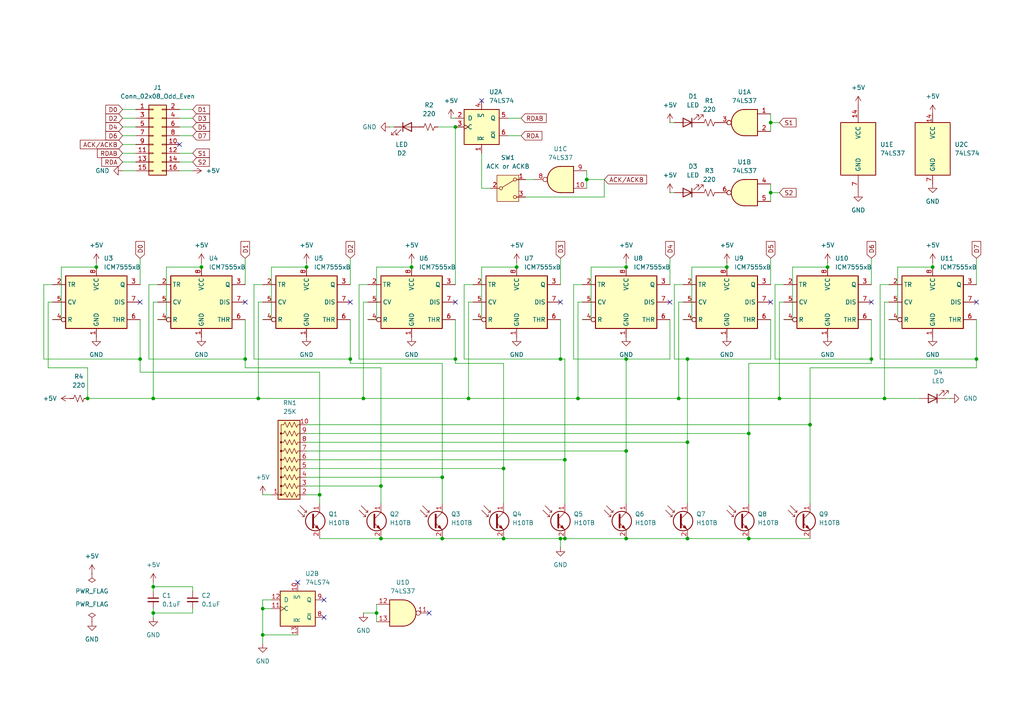
<source format=kicad_sch>
(kicad_sch (version 20250114) (generator "eeschema") (generator_version "9.0")
  (paper "A4")
  (lib_symbols
    (symbol "74xx:74LS37" (pin_names (offset 1.016))
      (property "Reference" "U" (at 0 1.27 0))
      (property "Value" "74LS37" (at 0 -1.27 0))
      (symbol "74LS37_1_1"
        (pin input line (at -7.62 2.54 0) (length 3.81) (name "~") (number "1"))
        (pin input line (at -7.62 -2.54 0) (length 3.81) (name "~") (number "2"))
        (pin output inverted (at 7.62 0 180) (length 3.81) (name "~") (number "3"))
      )
      (symbol "74LS37_1_2"
        (pin input inverted (at -7.62 2.54 0) (length 4.318) (name "~") (number "1"))
        (pin input inverted (at -7.62 -2.54 0) (length 4.318) (name "~") (number "2"))
        (pin output line (at 7.62 0 180) (length 3.81) (name "~") (number "3"))
      )
      (symbol "74LS37_2_1"
        (pin input line (at -7.62 2.54 0) (length 3.81) (name "~") (number "4"))
        (pin input line (at -7.62 -2.54 0) (length 3.81) (name "~") (number "5"))
        (pin output inverted (at 7.62 0 180) (length 3.81) (name "~") (number "6"))
      )
      (symbol "74LS37_2_2"
        (pin input inverted (at -7.62 2.54 0) (length 4.318) (name "~") (number "4"))
        (pin input inverted (at -7.62 -2.54 0) (length 4.318) (name "~") (number "5"))
        (pin output line (at 7.62 0 180) (length 3.81) (name "~") (number "6"))
      )
      (symbol "74LS37_3_1"
        (pin input line (at -7.62 2.54 0) (length 3.81) (name "~") (number "9"))
        (pin input line (at -7.62 -2.54 0) (length 3.81) (name "~") (number "10"))
        (pin output inverted (at 7.62 0 180) (length 3.81) (name "~") (number "8"))
      )
      (symbol "74LS37_3_2"
        (pin input inverted (at -7.62 2.54 0) (length 4.318) (name "~") (number "9"))
        (pin input inverted (at -7.62 -2.54 0) (length 4.318) (name "~") (number "10"))
        (pin output line (at 7.62 0 180) (length 3.81) (name "~") (number "8"))
      )
      (symbol "74LS37_4_1"
        (pin input line (at -7.62 2.54 0) (length 3.81) (name "~") (number "12"))
        (pin input line (at -7.62 -2.54 0) (length 3.81) (name "~") (number "13"))
        (pin output inverted (at 7.62 0 180) (length 3.81) (name "~") (number "11"))
      )
      (symbol "74LS37_4_2"
        (pin input inverted (at -7.62 2.54 0) (length 4.318) (name "~") (number "12"))
        (pin input inverted (at -7.62 -2.54 0) (length 4.318) (name "~") (number "13"))
        (pin output line (at 7.62 0 180) (length 3.81) (name "~") (number "11"))
      )
      (symbol "74LS37_5_0"
        (pin power_in line (at 0 12.7 270) (length 5.08) (name "VCC") (number "14"))
        (pin power_in line (at 0 -12.7 90) (length 5.08) (name "GND") (number "7"))
      )
    )
    (symbol "74xx:74LS74" (pin_names (offset 1.016))
      (property "Reference" "U" (at -7.62 8.89 0))
      (property "Value" "74LS74" (at -7.62 -8.89 0))
      (symbol "74LS74_1_0"
        (pin input line (at -7.62 2.54 0) (length 2.54) (name "D") (number "2"))
        (pin input clock (at -7.62 0 0) (length 2.54) (name "C") (number "3"))
        (pin input line (at 0 7.62 270) (length 2.54) (name "~{S}") (number "4"))
        (pin input line (at 0 -7.62 90) (length 2.54) (name "~{R}") (number "1"))
        (pin output line (at 7.62 2.54 180) (length 2.54) (name "Q") (number "5"))
        (pin output line (at 7.62 -2.54 180) (length 2.54) (name "~{Q}") (number "6"))
      )
      (symbol "74LS74_2_0"
        (pin input line (at -7.62 2.54 0) (length 2.54) (name "D") (number "12"))
        (pin input clock (at -7.62 0 0) (length 2.54) (name "C") (number "11"))
        (pin input line (at 0 7.62 270) (length 2.54) (name "~{S}") (number "10"))
        (pin input line (at 0 -7.62 90) (length 2.54) (name "~{R}") (number "13"))
        (pin output line (at 7.62 2.54 180) (length 2.54) (name "Q") (number "9"))
        (pin output line (at 7.62 -2.54 180) (length 2.54) (name "~{Q}") (number "8"))
      )
      (symbol "74LS74_3_0"
        (pin power_in line (at 0 10.16 270) (length 2.54) (name "VCC") (number "14"))
        (pin power_in line (at 0 -10.16 90) (length 2.54) (name "GND") (number "7"))
      )
    )
    (symbol "Connector_Generic:Conn_02x08_Odd_Even" (pin_names (offset 1.016) (hide yes))
      (property "Reference" "J" (at 1.27 10.16 0))
      (property "Value" "Conn_02x08_Odd_Even" (at 1.27 -12.7 0))
      (symbol "Conn_02x08_Odd_Even_1_1"
        (pin passive line (at -5.08 7.62 0) (length 3.81) (name "Pin_1") (number "1"))
        (pin passive line (at -5.08 5.08 0) (length 3.81) (name "Pin_3") (number "3"))
        (pin passive line (at -5.08 2.54 0) (length 3.81) (name "Pin_5") (number "5"))
        (pin passive line (at -5.08 0 0) (length 3.81) (name "Pin_7") (number "7"))
        (pin passive line (at -5.08 -2.54 0) (length 3.81) (name "Pin_9") (number "9"))
        (pin passive line (at -5.08 -5.08 0) (length 3.81) (name "Pin_11") (number "11"))
        (pin passive line (at -5.08 -7.62 0) (length 3.81) (name "Pin_13") (number "13"))
        (pin passive line (at -5.08 -10.16 0) (length 3.81) (name "Pin_15") (number "15"))
        (pin passive line (at 7.62 7.62 180) (length 3.81) (name "Pin_2") (number "2"))
        (pin passive line (at 7.62 5.08 180) (length 3.81) (name "Pin_4") (number "4"))
        (pin passive line (at 7.62 2.54 180) (length 3.81) (name "Pin_6") (number "6"))
        (pin passive line (at 7.62 0 180) (length 3.81) (name "Pin_8") (number "8"))
        (pin passive line (at 7.62 -2.54 180) (length 3.81) (name "Pin_10") (number "10"))
        (pin passive line (at 7.62 -5.08 180) (length 3.81) (name "Pin_12") (number "12"))
        (pin passive line (at 7.62 -7.62 180) (length 3.81) (name "Pin_14") (number "14"))
        (pin passive line (at 7.62 -10.16 180) (length 3.81) (name "Pin_16") (number "16"))
      )
    )
    (symbol "Device:C_Small" (pin_numbers (hide yes)) (pin_names (offset 0.254) (hide yes))
      (property "Reference" "C" (at 0.254 1.778 0))
      (property "Value" "C_Small" (at 0.254 -2.032 0))
      (symbol "C_Small_1_1"
        (pin passive line (at 0 2.54 270) (length 2.032) (name "~") (number "1"))
        (pin passive line (at 0 -2.54 90) (length 2.032) (name "~") (number "2"))
      )
    )
    (symbol "Device:LED" (pin_numbers (hide yes)) (pin_names (offset 1.016) (hide yes))
      (property "Reference" "D" (at 0 2.54 0))
      (property "Value" "LED" (at 0 -2.54 0))
      (symbol "LED_1_1"
        (pin passive line (at -3.81 0 0) (length 2.54) (name "K") (number "1"))
        (pin passive line (at 3.81 0 180) (length 2.54) (name "A") (number "2"))
      )
    )
    (symbol "Device:R_Network09_US" (pin_names (offset 0) (hide yes))
      (property "Reference" "RN" (at -12.7 0 90))
      (property "Value" "R_Network09_US" (at 12.7 0 90))
      (symbol "R_Network09_US_1_1"
        (pin passive line (at -10.16 5.08 270) (length 2.54) (name "common") (number "1"))
        (pin passive line (at -10.16 -5.08 90) (length 1.27) (name "R1") (number "2"))
        (pin passive line (at -7.62 -5.08 90) (length 1.27) (name "R2") (number "3"))
        (pin passive line (at -5.08 -5.08 90) (length 1.27) (name "R3") (number "4"))
        (pin passive line (at -2.54 -5.08 90) (length 1.27) (name "R4") (number "5"))
        (pin passive line (at 0 -5.08 90) (length 1.27) (name "R5") (number "6"))
        (pin passive line (at 2.54 -5.08 90) (length 1.27) (name "R6") (number "7"))
        (pin passive line (at 5.08 -5.08 90) (length 1.27) (name "R7") (number "8"))
        (pin passive line (at 7.62 -5.08 90) (length 1.27) (name "R8") (number "9"))
        (pin passive line (at 10.16 -5.08 90) (length 1.27) (name "R9") (number "10"))
      )
    )
    (symbol "Device:R_Small_US" (pin_numbers (hide yes)) (pin_names (offset 0.254) (hide yes))
      (property "Reference" "R" (at 0.762 0.508 0))
      (property "Value" "R_Small_US" (at 0.762 -1.016 0))
      (symbol "R_Small_US_1_1"
        (pin passive line (at 0 2.54 270) (length 1.016) (name "~") (number "1"))
        (pin passive line (at 0 -2.54 90) (length 1.016) (name "~") (number "2"))
      )
    )
    (symbol "Sensor_Optical:BPW42" (pin_names (offset 0) (hide yes))
      (property "Reference" "Q" (at 5.08 1.27 0))
      (property "Value" "BPW42" (at 5.08 -1.27 0))
      (symbol "BPW42_1_1"
        (pin passive line (at 2.54 5.08 270) (length 2.54) (name "C") (number "1"))
        (pin passive line (at 2.54 -5.08 90) (length 2.54) (name "E") (number "2"))
      )
    )
    (symbol "Switch:SW_SPDT" (pin_names (offset 0) (hide yes))
      (property "Reference" "SW" (at 0 5.08 0))
      (property "Value" "SW_SPDT" (at 0 -5.08 0))
      (symbol "SW_SPDT_1_1"
        (pin passive line (at -5.08 0 0) (length 2.54) (name "B") (number "2"))
        (pin passive line (at 5.08 2.54 180) (length 2.54) (name "A") (number "1"))
        (pin passive line (at 5.08 -2.54 180) (length 2.54) (name "C") (number "3"))
      )
    )
    (symbol "Timer:ICM7555xB"
      (property "Reference" "U" (at -10.16 8.89 0))
      (property "Value" "ICM7555xB" (at 2.54 8.89 0))
      (symbol "ICM7555xB_0_0"
        (pin power_in line (at 0 10.16 270) (length 2.54) (name "VCC") (number "8"))
        (pin power_in line (at 0 -10.16 90) (length 2.54) (name "GND") (number "1"))
      )
      (symbol "ICM7555xB_1_1"
        (pin input line (at -12.7 5.08 0) (length 3.81) (name "TR") (number "2"))
        (pin input line (at -12.7 0 0) (length 3.81) (name "CV") (number "5"))
        (pin input inverted (at -12.7 -5.08 0) (length 3.81) (name "R") (number "4"))
        (pin output line (at 12.7 5.08 180) (length 3.81) (name "Q") (number "3"))
        (pin input line (at 12.7 0 180) (length 3.81) (name "DIS") (number "7"))
        (pin input line (at 12.7 -5.08 180) (length 3.81) (name "THR") (number "6"))
      )
    )
    (symbol "power:+5V" (power) (pin_numbers (hide yes)) (pin_names (offset 0) (hide yes))
      (property "Value" "+5V" (at 0 3.556 0))
      (symbol "+5V_1_1"
        (pin power_in line (at 0 0 90) (length 0) (name "~") (number "1"))
      )
    )
    (symbol "power:GND" (power) (pin_numbers (hide yes)) (pin_names (offset 0) (hide yes))
      (property "Value" "GND" (at 0 -3.81 0))
      (symbol "GND_1_1"
        (pin power_in line (at 0 0 270) (length 0) (name "~") (number "1"))
      )
    )
    (symbol "power:PWR_FLAG" (power) (pin_numbers (hide yes)) (pin_names (offset 0) (hide yes))
      (property "Value" "PWR_FLAG" (at 0 3.81 0))
      (symbol "PWR_FLAG_0_0"
        (pin power_out line (at 0 0 90) (length 0) (name "~") (number "1"))
      )
    )
  )
  (junction (at 240.03 77.47))
  (junction (at 25.4 115.57))
  (junction (at 76.2 184.15))
  (junction (at 234.95 123.19))
  (junction (at 181.61 104.14))
  (junction (at 44.45 115.57))
  (junction (at 170.18 52.07))
  (junction (at 199.39 156.21))
  (junction (at 110.49 140.97))
  (junction (at 163.83 156.21))
  (junction (at 196.85 115.57))
  (junction (at 40.64 104.14))
  (junction (at 162.56 104.14))
  (junction (at 135.89 115.57))
  (junction (at 162.56 156.21))
  (junction (at 101.6 104.14))
  (junction (at 181.61 130.81))
  (junction (at 167.64 115.57))
  (junction (at 256.54 115.57))
  (junction (at 199.39 104.14))
  (junction (at 163.83 133.35))
  (junction (at 181.61 77.47))
  (junction (at 199.39 128.27))
  (junction (at 146.05 156.21))
  (junction (at 109.22 177.8))
  (junction (at 105.41 115.57))
  (junction (at 119.38 77.47))
  (junction (at 252.73 104.14))
  (junction (at 74.93 115.57))
  (junction (at 217.17 156.21))
  (junction (at 217.17 125.73))
  (junction (at 76.2 176.53))
  (junction (at 223.52 55.88))
  (junction (at 226.06 115.57))
  (junction (at 71.12 104.14))
  (junction (at 128.27 138.43))
  (junction (at 128.27 156.21))
  (junction (at 88.9 77.47))
  (junction (at 146.05 135.89))
  (junction (at 44.45 177.8))
  (junction (at 270.51 77.47))
  (junction (at 223.52 35.56))
  (junction (at 110.49 156.21))
  (junction (at 44.45 170.18))
  (junction (at 210.82 77.47))
  (junction (at 149.86 77.47))
  (junction (at 283.21 104.14))
  (junction (at 132.08 36.83))
  (junction (at 181.61 156.21))
  (junction (at 92.71 143.51))
  (junction (at 132.08 104.14))
  (junction (at 58.42 77.47))
  (junction (at 27.94 77.47))
  (no_connect (at 283.21 87.63))
  (no_connect (at 194.31 87.63))
  (no_connect (at 124.46 177.8))
  (no_connect (at 101.6 87.63))
  (no_connect (at 40.64 87.63))
  (no_connect (at 71.12 87.63))
  (no_connect (at 252.73 87.63))
  (no_connect (at 139.7 29.21))
  (no_connect (at 93.98 173.99))
  (no_connect (at 162.56 87.63))
  (no_connect (at 86.36 168.91))
  (no_connect (at 132.08 87.63))
  (no_connect (at 93.98 179.07))
  (no_connect (at 223.52 87.63))
  (no_connect (at 52.07 41.91))
  (wire (pts (xy 52.07 36.83) (xy 55.88 36.83)))
  (wire (pts (xy 52.07 34.29) (xy 55.88 34.29)))
  (wire (pts (xy 58.42 76.2) (xy 58.42 77.47)))
  (wire (pts (xy 105.41 87.63) (xy 105.41 115.57)))
  (wire (pts (xy 35.56 36.83) (xy 39.37 36.83)))
  (wire (pts (xy 88.9 143.51) (xy 92.71 143.51)))
  (wire (pts (xy 195.58 35.56) (xy 194.31 35.56)))
  (wire (pts (xy 227.33 92.71) (xy 229.87 92.71)))
  (wire (pts (xy 105.41 87.63) (xy 106.68 87.63)))
  (wire (pts (xy 226.06 55.88) (xy 223.52 55.88)))
  (wire (pts (xy 76.2 184.15) (xy 76.2 186.69)))
  (wire (pts (xy 44.45 177.8) (xy 55.88 177.8)))
  (wire (pts (xy 12.7 82.55) (xy 15.24 82.55)))
  (wire (pts (xy 44.45 115.57) (xy 74.93 115.57)))
  (wire (pts (xy 255.27 82.55) (xy 257.81 82.55)))
  (wire (pts (xy 109.22 77.47) (xy 109.22 92.71)))
  (wire (pts (xy 256.54 87.63) (xy 256.54 115.57)))
  (wire (pts (xy 132.08 34.29) (xy 130.81 34.29)))
  (wire (pts (xy 146.05 135.89) (xy 146.05 146.05)))
  (wire (pts (xy 234.95 123.19) (xy 234.95 146.05)))
  (wire (pts (xy 196.85 87.63) (xy 198.12 87.63)))
  (wire (pts (xy 283.21 74.93) (xy 283.21 82.55)))
  (wire (pts (xy 48.26 77.47) (xy 58.42 77.47)))
  (wire (pts (xy 223.52 104.14) (xy 199.39 104.14)))
  (wire (pts (xy 132.08 105.41) (xy 132.08 104.14)))
  (wire (pts (xy 181.61 130.81) (xy 181.61 104.14)))
  (wire (pts (xy 226.06 87.63) (xy 227.33 87.63)))
  (wire (pts (xy 163.83 104.14) (xy 163.83 133.35)))
  (wire (pts (xy 52.07 49.53) (xy 55.88 49.53)))
  (wire (pts (xy 43.18 104.14) (xy 71.12 104.14)))
  (wire (pts (xy 257.81 92.71) (xy 260.35 92.71)))
  (wire (pts (xy 110.49 106.68) (xy 110.49 140.97)))
  (wire (pts (xy 104.14 104.14) (xy 132.08 104.14)))
  (wire (pts (xy 78.74 176.53) (xy 76.2 176.53)))
  (wire (pts (xy 88.9 128.27) (xy 199.39 128.27)))
  (wire (pts (xy 44.45 170.18) (xy 55.88 170.18)))
  (wire (pts (xy 71.12 92.71) (xy 71.12 104.14)))
  (wire (pts (xy 217.17 105.41) (xy 217.17 125.73)))
  (wire (pts (xy 139.7 44.45) (xy 139.7 54.61)))
  (wire (pts (xy 171.45 77.47) (xy 181.61 77.47)))
  (wire (pts (xy 166.37 104.14) (xy 181.61 104.14)))
  (wire (pts (xy 162.56 104.14) (xy 163.83 104.14)))
  (wire (pts (xy 195.58 82.55) (xy 198.12 82.55)))
  (wire (pts (xy 210.82 76.2) (xy 210.82 77.47)))
  (wire (pts (xy 162.56 92.71) (xy 162.56 104.14)))
  (wire (pts (xy 71.12 104.14) (xy 71.12 106.68)))
  (wire (pts (xy 139.7 77.47) (xy 139.7 92.71)))
  (wire (pts (xy 52.07 39.37) (xy 55.88 39.37)))
  (wire (pts (xy 229.87 77.47) (xy 240.03 77.47)))
  (wire (pts (xy 73.66 104.14) (xy 73.66 82.55)))
  (wire (pts (xy 78.74 173.99) (xy 76.2 173.99)))
  (wire (pts (xy 119.38 76.2) (xy 119.38 77.47)))
  (wire (pts (xy 76.2 173.99) (xy 76.2 176.53)))
  (wire (pts (xy 88.9 125.73) (xy 217.17 125.73)))
  (wire (pts (xy 171.45 77.47) (xy 171.45 92.71)))
  (wire (pts (xy 12.7 104.14) (xy 40.64 104.14)))
  (wire (pts (xy 88.9 138.43) (xy 128.27 138.43)))
  (wire (pts (xy 217.17 156.21) (xy 234.95 156.21)))
  (wire (pts (xy 283.21 104.14) (xy 283.21 106.68)))
  (wire (pts (xy 88.9 130.81) (xy 181.61 130.81)))
  (wire (pts (xy 223.52 92.71) (xy 223.52 104.14)))
  (wire (pts (xy 168.91 92.71) (xy 171.45 92.71)))
  (wire (pts (xy 35.56 41.91) (xy 39.37 41.91)))
  (wire (pts (xy 139.7 92.71) (xy 137.16 92.71)))
  (wire (pts (xy 226.06 115.57) (xy 196.85 115.57)))
  (wire (pts (xy 73.66 104.14) (xy 101.6 104.14)))
  (wire (pts (xy 101.6 82.55) (xy 101.6 74.93)))
  (wire (pts (xy 139.7 77.47) (xy 149.86 77.47)))
  (wire (pts (xy 13.97 87.63) (xy 15.24 87.63)))
  (wire (pts (xy 163.83 133.35) (xy 163.83 146.05)))
  (wire (pts (xy 139.7 54.61) (xy 142.24 54.61)))
  (wire (pts (xy 234.95 106.68) (xy 283.21 106.68)))
  (wire (pts (xy 104.14 104.14) (xy 104.14 82.55)))
  (wire (pts (xy 132.08 36.83) (xy 132.08 82.55)))
  (wire (pts (xy 132.08 92.71) (xy 132.08 104.14)))
  (wire (pts (xy 283.21 92.71) (xy 283.21 104.14)))
  (wire (pts (xy 76.2 176.53) (xy 76.2 184.15)))
  (wire (pts (xy 200.66 77.47) (xy 200.66 92.71)))
  (wire (pts (xy 166.37 82.55) (xy 168.91 82.55)))
  (wire (pts (xy 223.52 35.56) (xy 223.52 33.02)))
  (wire (pts (xy 166.37 104.14) (xy 166.37 82.55)))
  (wire (pts (xy 224.79 82.55) (xy 227.33 82.55)))
  (wire (pts (xy 105.41 115.57) (xy 135.89 115.57)))
  (wire (pts (xy 167.64 115.57) (xy 135.89 115.57)))
  (wire (pts (xy 88.9 133.35) (xy 163.83 133.35)))
  (wire (pts (xy 226.06 35.56) (xy 223.52 35.56)))
  (wire (pts (xy 35.56 31.75) (xy 39.37 31.75)))
  (wire (pts (xy 167.64 87.63) (xy 167.64 115.57)))
  (wire (pts (xy 44.45 171.45) (xy 44.45 170.18)))
  (wire (pts (xy 92.71 156.21) (xy 110.49 156.21)))
  (wire (pts (xy 256.54 87.63) (xy 257.81 87.63)))
  (wire (pts (xy 199.39 156.21) (xy 217.17 156.21)))
  (wire (pts (xy 175.26 57.15) (xy 175.26 52.07)))
  (wire (pts (xy 105.41 177.8) (xy 109.22 177.8)))
  (wire (pts (xy 162.56 158.75) (xy 162.56 156.21)))
  (wire (pts (xy 74.93 87.63) (xy 74.93 115.57)))
  (wire (pts (xy 270.51 76.2) (xy 270.51 77.47)))
  (wire (pts (xy 181.61 156.21) (xy 199.39 156.21)))
  (wire (pts (xy 226.06 87.63) (xy 226.06 115.57)))
  (wire (pts (xy 147.32 39.37) (xy 151.13 39.37)))
  (wire (pts (xy 134.62 104.14) (xy 162.56 104.14)))
  (wire (pts (xy 252.73 92.71) (xy 252.73 104.14)))
  (wire (pts (xy 88.9 123.19) (xy 234.95 123.19)))
  (wire (pts (xy 135.89 87.63) (xy 135.89 115.57)))
  (wire (pts (xy 13.97 87.63) (xy 13.97 106.68)))
  (wire (pts (xy 252.73 105.41) (xy 217.17 105.41)))
  (wire (pts (xy 135.89 87.63) (xy 137.16 87.63)))
  (wire (pts (xy 181.61 76.2) (xy 181.61 77.47)))
  (wire (pts (xy 101.6 105.41) (xy 128.27 105.41)))
  (wire (pts (xy 175.26 52.07) (xy 170.18 52.07)))
  (wire (pts (xy 12.7 104.14) (xy 12.7 82.55)))
  (wire (pts (xy 162.56 74.93) (xy 162.56 82.55)))
  (wire (pts (xy 88.9 76.2) (xy 88.9 77.47)))
  (wire (pts (xy 40.64 74.93) (xy 40.64 82.55)))
  (wire (pts (xy 234.95 106.68) (xy 234.95 123.19)))
  (wire (pts (xy 45.72 92.71) (xy 48.26 92.71)))
  (wire (pts (xy 181.61 146.05) (xy 181.61 130.81)))
  (wire (pts (xy 224.79 104.14) (xy 224.79 82.55)))
  (wire (pts (xy 106.68 92.71) (xy 109.22 92.71)))
  (wire (pts (xy 43.18 82.55) (xy 45.72 82.55)))
  (wire (pts (xy 101.6 104.14) (xy 101.6 92.71)))
  (wire (pts (xy 170.18 52.07) (xy 170.18 54.61)))
  (wire (pts (xy 13.97 106.68) (xy 25.4 106.68)))
  (wire (pts (xy 44.45 168.91) (xy 44.45 170.18)))
  (wire (pts (xy 110.49 140.97) (xy 110.49 146.05)))
  (wire (pts (xy 266.7 115.57) (xy 256.54 115.57)))
  (wire (pts (xy 146.05 105.41) (xy 146.05 135.89)))
  (wire (pts (xy 92.71 107.95) (xy 92.71 143.51)))
  (wire (pts (xy 134.62 104.14) (xy 134.62 82.55)))
  (wire (pts (xy 25.4 106.68) (xy 25.4 115.57)))
  (wire (pts (xy 223.52 35.56) (xy 223.52 38.1)))
  (wire (pts (xy 195.58 104.14) (xy 199.39 104.14)))
  (wire (pts (xy 78.74 143.51) (xy 76.2 143.51)))
  (wire (pts (xy 147.32 34.29) (xy 151.13 34.29)))
  (wire (pts (xy 17.78 92.71) (xy 17.78 77.47)))
  (wire (pts (xy 194.31 74.93) (xy 194.31 82.55)))
  (wire (pts (xy 44.45 87.63) (xy 44.45 115.57)))
  (wire (pts (xy 55.88 170.18) (xy 55.88 171.45)))
  (wire (pts (xy 78.74 77.47) (xy 88.9 77.47)))
  (wire (pts (xy 199.39 128.27) (xy 199.39 146.05)))
  (wire (pts (xy 17.78 77.47) (xy 27.94 77.47)))
  (wire (pts (xy 127 36.83) (xy 132.08 36.83)))
  (wire (pts (xy 40.64 92.71) (xy 40.64 104.14)))
  (wire (pts (xy 132.08 105.41) (xy 146.05 105.41)))
  (wire (pts (xy 217.17 125.73) (xy 217.17 146.05)))
  (wire (pts (xy 152.4 52.07) (xy 154.94 52.07)))
  (wire (pts (xy 223.52 55.88) (xy 223.52 53.34)))
  (wire (pts (xy 114.3 36.83) (xy 113.03 36.83)))
  (wire (pts (xy 76.2 184.15) (xy 86.36 184.15)))
  (wire (pts (xy 283.21 104.14) (xy 255.27 104.14)))
  (wire (pts (xy 78.74 77.47) (xy 78.74 92.71)))
  (wire (pts (xy 44.45 87.63) (xy 45.72 87.63)))
  (wire (pts (xy 223.52 55.88) (xy 223.52 58.42)))
  (wire (pts (xy 223.52 74.93) (xy 223.52 82.55)))
  (wire (pts (xy 110.49 156.21) (xy 128.27 156.21)))
  (wire (pts (xy 200.66 77.47) (xy 210.82 77.47)))
  (wire (pts (xy 35.56 39.37) (xy 39.37 39.37)))
  (wire (pts (xy 149.86 76.2) (xy 149.86 77.47)))
  (wire (pts (xy 39.37 49.53) (xy 35.56 49.53)))
  (wire (pts (xy 74.93 115.57) (xy 105.41 115.57)))
  (wire (pts (xy 256.54 115.57) (xy 226.06 115.57)))
  (wire (pts (xy 163.83 156.21) (xy 162.56 156.21)))
  (wire (pts (xy 52.07 46.99) (xy 55.88 46.99)))
  (wire (pts (xy 40.64 104.14) (xy 40.64 107.95)))
  (wire (pts (xy 128.27 138.43) (xy 128.27 146.05)))
  (wire (pts (xy 260.35 77.47) (xy 260.35 92.71)))
  (wire (pts (xy 109.22 77.47) (xy 119.38 77.47)))
  (wire (pts (xy 109.22 177.8) (xy 109.22 180.34)))
  (wire (pts (xy 48.26 92.71) (xy 48.26 77.47)))
  (wire (pts (xy 78.74 92.71) (xy 76.2 92.71)))
  (wire (pts (xy 44.45 177.8) (xy 44.45 179.07)))
  (wire (pts (xy 52.07 31.75) (xy 55.88 31.75)))
  (wire (pts (xy 255.27 104.14) (xy 255.27 82.55)))
  (wire (pts (xy 252.73 104.14) (xy 252.73 105.41)))
  (wire (pts (xy 88.9 135.89) (xy 146.05 135.89)))
  (wire (pts (xy 104.14 82.55) (xy 106.68 82.55)))
  (wire (pts (xy 92.71 143.51) (xy 92.71 146.05)))
  (wire (pts (xy 44.45 176.53) (xy 44.45 177.8)))
  (wire (pts (xy 195.58 104.14) (xy 195.58 82.55)))
  (wire (pts (xy 170.18 52.07) (xy 170.18 49.53)))
  (wire (pts (xy 101.6 104.14) (xy 101.6 105.41)))
  (wire (pts (xy 274.32 115.57) (xy 275.59 115.57)))
  (wire (pts (xy 199.39 104.14) (xy 199.39 128.27)))
  (wire (pts (xy 128.27 156.21) (xy 146.05 156.21)))
  (wire (pts (xy 167.64 87.63) (xy 168.91 87.63)))
  (wire (pts (xy 224.79 104.14) (xy 252.73 104.14)))
  (wire (pts (xy 195.58 55.88) (xy 194.31 55.88)))
  (wire (pts (xy 260.35 77.47) (xy 270.51 77.47)))
  (wire (pts (xy 128.27 105.41) (xy 128.27 138.43)))
  (wire (pts (xy 146.05 156.21) (xy 162.56 156.21)))
  (wire (pts (xy 109.22 175.26) (xy 109.22 177.8)))
  (wire (pts (xy 25.4 115.57) (xy 44.45 115.57)))
  (wire (pts (xy 71.12 106.68) (xy 110.49 106.68)))
  (wire (pts (xy 71.12 74.93) (xy 71.12 82.55)))
  (wire (pts (xy 252.73 74.93) (xy 252.73 82.55)))
  (wire (pts (xy 40.64 107.95) (xy 92.71 107.95)))
  (wire (pts (xy 35.56 46.99) (xy 39.37 46.99)))
  (wire (pts (xy 134.62 82.55) (xy 137.16 82.55)))
  (wire (pts (xy 163.83 156.21) (xy 181.61 156.21)))
  (wire (pts (xy 196.85 87.63) (xy 196.85 115.57)))
  (wire (pts (xy 74.93 87.63) (xy 76.2 87.63)))
  (wire (pts (xy 52.07 44.45) (xy 55.88 44.45)))
  (wire (pts (xy 196.85 115.57) (xy 167.64 115.57)))
  (wire (pts (xy 240.03 76.2) (xy 240.03 77.47)))
  (wire (pts (xy 88.9 140.97) (xy 110.49 140.97)))
  (wire (pts (xy 73.66 82.55) (xy 76.2 82.55)))
  (wire (pts (xy 194.31 92.71) (xy 194.31 104.14)))
  (wire (pts (xy 43.18 104.14) (xy 43.18 82.55)))
  (wire (pts (xy 200.66 92.71) (xy 198.12 92.71)))
  (wire (pts (xy 15.24 92.71) (xy 17.78 92.71)))
  (wire (pts (xy 27.94 76.2) (xy 27.94 77.47)))
  (wire (pts (xy 55.88 177.8) (xy 55.88 176.53)))
  (wire (pts (xy 229.87 77.47) (xy 229.87 92.71)))
  (wire (pts (xy 181.61 104.14) (xy 194.31 104.14)))
  (wire (pts (xy 35.56 34.29) (xy 39.37 34.29)))
  (wire (pts (xy 152.4 57.15) (xy 175.26 57.15)))
  (wire (pts (xy 35.56 44.45) (xy 39.37 44.45)))
  (global_label "D0" (shape input) (at 40.64 74.93 90) (property "Intersheetrefs" "${INTERSHEET_REFS}" (effects (hide yes))))
  (global_label "RDA" (shape input) (at 35.56 46.99 180) (property "Intersheetrefs" "${INTERSHEET_REFS}" (effects (hide yes))))
  (global_label "D0" (shape input) (at 35.56 31.75 180) (property "Intersheetrefs" "${INTERSHEET_REFS}" (effects (hide yes))))
  (global_label "RDAB" (shape input) (at 35.56 44.45 180) (property "Intersheetrefs" "${INTERSHEET_REFS}" (effects (hide yes))))
  (global_label "D5" (shape input) (at 55.88 36.83 0) (property "Intersheetrefs" "${INTERSHEET_REFS}" (effects (hide yes))))
  (global_label "D2" (shape input) (at 101.6 74.93 90) (property "Intersheetrefs" "${INTERSHEET_REFS}" (effects (hide yes))))
  (global_label "D1" (shape input) (at 71.12 74.93 90) (property "Intersheetrefs" "${INTERSHEET_REFS}" (effects (hide yes))))
  (global_label "D1" (shape input) (at 55.88 31.75 0) (property "Intersheetrefs" "${INTERSHEET_REFS}" (effects (hide yes))))
  (global_label "ACK{slash}ACKB" (shape input) (at 175.26 52.07 0) (property "Intersheetrefs" "${INTERSHEET_REFS}" (effects (hide yes))))
  (global_label "S1" (shape input) (at 55.88 44.45 0) (property "Intersheetrefs" "${INTERSHEET_REFS}" (effects (hide yes))))
  (global_label "RDAB" (shape input) (at 151.13 34.29 0) (property "Intersheetrefs" "${INTERSHEET_REFS}" (effects (hide yes))))
  (global_label "D6" (shape input) (at 252.73 74.93 90) (property "Intersheetrefs" "${INTERSHEET_REFS}" (effects (hide yes))))
  (global_label "S2" (shape input) (at 55.88 46.99 0) (property "Intersheetrefs" "${INTERSHEET_REFS}" (effects (hide yes))))
  (global_label "D3" (shape input) (at 162.56 74.93 90) (property "Intersheetrefs" "${INTERSHEET_REFS}" (effects (hide yes))))
  (global_label "D7" (shape input) (at 283.21 74.93 90) (property "Intersheetrefs" "${INTERSHEET_REFS}" (effects (hide yes))))
  (global_label "D4" (shape input) (at 194.31 74.93 90) (property "Intersheetrefs" "${INTERSHEET_REFS}" (effects (hide yes))))
  (global_label "S2" (shape input) (at 226.06 55.88 0) (property "Intersheetrefs" "${INTERSHEET_REFS}" (effects (hide yes))))
  (global_label "D2" (shape input) (at 35.56 34.29 180) (property "Intersheetrefs" "${INTERSHEET_REFS}" (effects (hide yes))))
  (global_label "S1" (shape input) (at 226.06 35.56 0) (property "Intersheetrefs" "${INTERSHEET_REFS}" (effects (hide yes))))
  (global_label "D5" (shape input) (at 223.52 74.93 90) (property "Intersheetrefs" "${INTERSHEET_REFS}" (effects (hide yes))))
  (global_label "D6" (shape input) (at 35.56 39.37 180) (property "Intersheetrefs" "${INTERSHEET_REFS}" (effects (hide yes))))
  (global_label "ACK{slash}ACKB" (shape input) (at 35.56 41.91 180) (property "Intersheetrefs" "${INTERSHEET_REFS}" (effects (hide yes))))
  (global_label "RDA" (shape input) (at 151.13 39.37 0) (property "Intersheetrefs" "${INTERSHEET_REFS}" (effects (hide yes))))
  (global_label "D4" (shape input) (at 35.56 36.83 180) (property "Intersheetrefs" "${INTERSHEET_REFS}" (effects (hide yes))))
  (global_label "D3" (shape input) (at 55.88 34.29 0) (property "Intersheetrefs" "${INTERSHEET_REFS}" (effects (hide yes))))
  (global_label "D7" (shape input) (at 55.88 39.37 0) (property "Intersheetrefs" "${INTERSHEET_REFS}" (effects (hide yes))))
  (symbol (lib_id "Timer:ICM7555xB") (at 210.82 87.63 0) (unit 1)
    (property "Reference" "U9" (at 212.9633 74.93 0) (effects (justify left)))
    (property "Value" "ICM7555xB" (at 212.9633 77.47 0) (effects (justify left)))
    (property "Footprint" "Package_SO:SOIC-8_3.9x4.9mm_P1.27mm" (effects (hide yes)))
    (property "Datasheet" "http://www.intersil.com/content/dam/Intersil/documents/icm7/icm7555-56.pdf" (effects (hide yes)))
    (property "Description" "CMOS General Purpose Timer, 555 compatible, SOIC-8" (effects (hide yes)))
  )
  (symbol (lib_id "power:GND") (at 119.38 97.79 0) (unit 1)
    (property "Reference" "#PWR023" (effects (hide yes)))
    (property "Value" "GND" (at 119.38 102.87 0))
    (property "Description" "Power symbol creates a global label with name \"GND\" , ground" (effects (hide yes)))
  )
  (symbol (lib_id "power:+5V") (at 181.61 76.2 0) (unit 1)
    (property "Reference" "#PWR016" (effects (hide yes)))
    (property "Value" "+5V" (at 181.61 71.12 0))
    (property "Description" "Power symbol creates a global label with name \"+5V\"" (effects (hide yes)))
  )
  (symbol (lib_id "power:GND") (at 240.03 97.79 0) (unit 1)
    (property "Reference" "#PWR027" (effects (hide yes)))
    (property "Value" "GND" (at 240.03 102.87 0))
    (property "Description" "Power symbol creates a global label with name \"GND\" , ground" (effects (hide yes)))
  )
  (symbol (lib_id "Timer:ICM7555xB") (at 119.38 87.63 0) (unit 1)
    (property "Reference" "U6" (at 121.5233 74.93 0) (effects (justify left)))
    (property "Value" "ICM7555xB" (at 121.5233 77.47 0) (effects (justify left)))
    (property "Footprint" "Package_SO:SOIC-8_3.9x4.9mm_P1.27mm" (effects (hide yes)))
    (property "Datasheet" "http://www.intersil.com/content/dam/Intersil/documents/icm7/icm7555-56.pdf" (effects (hide yes)))
    (property "Description" "CMOS General Purpose Timer, 555 compatible, SOIC-8" (effects (hide yes)))
  )
  (symbol (lib_id "power:GND") (at 105.41 177.8 0) (unit 1)
    (property "Reference" "#PWR035" (effects (hide yes)))
    (property "Value" "GND" (at 105.41 182.88 0))
    (property "Description" "Power symbol creates a global label with name \"GND\" , ground" (effects (hide yes)))
  )
  (symbol (lib_id "power:+5V") (at 130.81 34.29 0) (unit 1)
    (property "Reference" "#PWR03" (effects (hide yes)))
    (property "Value" "+5V" (at 130.81 29.21 0))
    (property "Description" "Power symbol creates a global label with name \"+5V\"" (effects (hide yes)))
  )
  (symbol (lib_id "74xx:74LS37") (at 215.9 35.56 0) (mirror y) (unit 1)
    (property "Reference" "U1" (at 215.9083 26.67 0))
    (property "Value" "74LS37" (at 215.9083 29.21 0))
    (property "Footprint" "Package_SO:SO-14_5.3x10.2mm_P1.27mm" (effects (hide yes)))
    (property "Datasheet" "http://www.ti.com/lit/gpn/sn74ls37" (effects (hide yes)))
    (property "Description" "quad 2-input NAND buffer" (effects (hide yes)))
  )
  (symbol (lib_id "Timer:ICM7555xB") (at 240.03 87.63 0) (unit 1)
    (property "Reference" "U10" (at 242.1733 74.93 0) (effects (justify left)))
    (property "Value" "ICM7555xB" (at 242.1733 77.47 0) (effects (justify left)))
    (property "Footprint" "Package_SO:SOIC-8_3.9x4.9mm_P1.27mm" (effects (hide yes)))
    (property "Datasheet" "http://www.intersil.com/content/dam/Intersil/documents/icm7/icm7555-56.pdf" (effects (hide yes)))
    (property "Description" "CMOS General Purpose Timer, 555 compatible, SOIC-8" (effects (hide yes)))
  )
  (symbol (lib_id "74xx:74LS37") (at 116.84 177.8 0) (unit 4)
    (property "Reference" "U1" (at 116.8317 168.91 0))
    (property "Value" "74LS37" (at 116.8317 171.45 0))
    (property "Footprint" "Package_SO:SO-14_5.3x10.2mm_P1.27mm" (effects (hide yes)))
    (property "Datasheet" "http://www.ti.com/lit/gpn/sn74ls37" (effects (hide yes)))
    (property "Description" "quad 2-input NAND buffer" (effects (hide yes)))
  )
  (symbol (lib_id "power:PWR_FLAG") (at 26.67 180.34 0) (unit 1)
    (property "Reference" "#FLG02" (effects (hide yes)))
    (property "Value" "PWR_FLAG" (at 26.67 175.26 0))
    (property "Description" "Special symbol for telling ERC where power comes from" (effects (hide yes)))
  )
  (symbol (lib_id "power:GND") (at 248.92 55.88 0) (unit 1)
    (property "Reference" "#PWR010" (effects (hide yes)))
    (property "Value" "GND" (at 248.92 60.96 0))
    (property "Description" "Power symbol creates a global label with name \"GND\" , ground" (effects (hide yes)))
  )
  (symbol (lib_id "Device:R_Network09_US") (at 83.82 133.35 90) (unit 1)
    (property "Reference" "RN1" (at 84.074 116.84 90))
    (property "Value" "25K" (at 84.074 119.38 90))
    (property "Footprint" "Resistor_THT:R_Array_SIP10" (effects (hide yes)))
    (property "Datasheet" "http://www.vishay.com/docs/31509/csc.pdf" (effects (hide yes)))
    (property "Description" "9 resistor network, star topology, bussed resistors, small US symbol" (effects (hide yes)))
  )
  (symbol (lib_id "Device:LED") (at 199.39 55.88 180) (unit 1)
    (property "Reference" "D3" (at 200.9775 48.26 0))
    (property "Value" "LED" (at 200.9775 50.8 0))
    (property "Footprint" "LED_THT:LED_D5.0mm" (effects (hide yes)))
    (property "Description" "Light emitting diode" (effects (hide yes)))
    (property "Sim.Pins" "1=K 2=A" (effects (hide yes)))
  )
  (symbol (lib_id "power:GND") (at 76.2 186.69 0) (unit 1)
    (property "Reference" "#PWR038" (effects (hide yes)))
    (property "Value" "GND" (at 76.2 191.77 0))
    (property "Description" "Power symbol creates a global label with name \"GND\" , ground" (effects (hide yes)))
  )
  (symbol (lib_id "Device:C_Small") (at 55.88 173.99 0) (unit 1)
    (property "Reference" "C2" (at 58.42 172.7262 0) (effects (justify left)))
    (property "Value" "0.1uF" (at 58.42 175.2662 0) (effects (justify left)))
    (property "Footprint" "Capacitor_THT:C_Disc_D3.0mm_W1.6mm_P2.50mm" (effects (hide yes)))
    (property "Description" "Unpolarized capacitor, small symbol" (effects (hide yes)))
  )
  (symbol (lib_id "power:+5V") (at 270.51 33.02 0) (unit 1)
    (property "Reference" "#PWR02" (effects (hide yes)))
    (property "Value" "+5V" (at 270.51 27.94 0))
    (property "Description" "Power symbol creates a global label with name \"+5V\"" (effects (hide yes)))
  )
  (symbol (lib_id "74xx:74LS74") (at 139.7 36.83 0) (unit 1)
    (property "Reference" "U2" (at 141.8433 26.67 0) (effects (justify left)))
    (property "Value" "74LS74" (at 141.8433 29.21 0) (effects (justify left)))
    (property "Footprint" "Package_SO:SO-14_5.3x10.2mm_P1.27mm" (effects (hide yes)))
    (property "Datasheet" "74xx/74hc_hct74.pdf" (effects (hide yes)))
    (property "Description" "Dual D Flip-flop, Set & Reset" (effects (hide yes)))
  )
  (symbol (lib_id "74xx:74LS37") (at 248.92 43.18 0) (unit 5)
    (property "Reference" "U1" (at 255.27 41.9099 0) (effects (justify left)))
    (property "Value" "74LS37" (at 255.27 44.4499 0) (effects (justify left)))
    (property "Footprint" "Package_SO:SO-14_5.3x10.2mm_P1.27mm" (effects (hide yes)))
    (property "Datasheet" "http://www.ti.com/lit/gpn/sn74ls37" (effects (hide yes)))
    (property "Description" "quad 2-input NAND buffer" (effects (hide yes)))
  )
  (symbol (lib_id "power:GND") (at 210.82 97.79 0) (unit 1)
    (property "Reference" "#PWR026" (effects (hide yes)))
    (property "Value" "GND" (at 210.82 102.87 0))
    (property "Description" "Power symbol creates a global label with name \"GND\" , ground" (effects (hide yes)))
  )
  (symbol (lib_id "power:GND") (at 270.51 97.79 0) (unit 1)
    (property "Reference" "#PWR028" (effects (hide yes)))
    (property "Value" "GND" (at 270.51 102.87 0))
    (property "Description" "Power symbol creates a global label with name \"GND\" , ground" (effects (hide yes)))
  )
  (symbol (lib_id "Sensor_Optical:BPW42") (at 107.95 151.13 0) (unit 1)
    (property "Reference" "Q2" (at 113.03 149.1106 0) (effects (justify left)))
    (property "Value" "H10TB" (at 113.03 151.6506 0) (effects (justify left)))
    (property "Footprint" "LED_SMD:LED_0805_2012Metric_Pad1.15x1.40mm_HandSolder" (effects (hide yes)))
    (property "Datasheet" "https://fscdn.rohm.com/en/products/databook/datasheet/opto/optical_sensor/photo_transistor/sml-h10tb-e.pdf" (effects (hide yes)))
    (property "Description" "NPN phototransistor" (effects (hide yes)))
  )
  (symbol (lib_id "Timer:ICM7555xB") (at 88.9 87.63 0) (unit 1)
    (property "Reference" "U5" (at 91.0433 74.93 0) (effects (justify left)))
    (property "Value" "ICM7555xB" (at 91.0433 77.47 0) (effects (justify left)))
    (property "Footprint" "Package_SO:SOIC-8_3.9x4.9mm_P1.27mm" (effects (hide yes)))
    (property "Datasheet" "http://www.intersil.com/content/dam/Intersil/documents/icm7/icm7555-56.pdf" (effects (hide yes)))
    (property "Description" "CMOS General Purpose Timer, 555 compatible, SOIC-8" (effects (hide yes)))
  )
  (symbol (lib_id "Timer:ICM7555xB") (at 58.42 87.63 0) (unit 1)
    (property "Reference" "U4" (at 60.5633 74.93 0) (effects (justify left)))
    (property "Value" "ICM7555xB" (at 60.5633 77.47 0) (effects (justify left)))
    (property "Footprint" "Package_SO:SOIC-8_3.9x4.9mm_P1.27mm" (effects (hide yes)))
    (property "Datasheet" "http://www.intersil.com/content/dam/Intersil/documents/icm7/icm7555-56.pdf" (effects (hide yes)))
    (property "Description" "CMOS General Purpose Timer, 555 compatible, SOIC-8" (effects (hide yes)))
  )
  (symbol (lib_id "Sensor_Optical:BPW42") (at 179.07 151.13 0) (unit 1)
    (property "Reference" "Q6" (at 184.15 149.1106 0) (effects (justify left)))
    (property "Value" "H10TB" (at 184.15 151.6506 0) (effects (justify left)))
    (property "Footprint" "LED_SMD:LED_0805_2012Metric_Pad1.15x1.40mm_HandSolder" (effects (hide yes)))
    (property "Datasheet" "https://fscdn.rohm.com/en/products/databook/datasheet/opto/optical_sensor/photo_transistor/sml-h10tb-e.pdf" (effects (hide yes)))
    (property "Description" "NPN phototransistor" (effects (hide yes)))
  )
  (symbol (lib_id "power:+5V") (at 88.9 76.2 0) (unit 1)
    (property "Reference" "#PWR013" (effects (hide yes)))
    (property "Value" "+5V" (at 88.9 71.12 0))
    (property "Description" "Power symbol creates a global label with name \"+5V\"" (effects (hide yes)))
  )
  (symbol (lib_id "Device:LED") (at 118.11 36.83 0) (unit 1)
    (property "Reference" "D2" (at 116.5225 44.45 0))
    (property "Value" "LED" (at 116.5225 41.91 0))
    (property "Footprint" "LED_THT:LED_D5.0mm" (effects (hide yes)))
    (property "Description" "Light emitting diode" (effects (hide yes)))
    (property "Sim.Pins" "1=K 2=A" (effects (hide yes)))
  )
  (symbol (lib_id "Sensor_Optical:BPW42") (at 125.73 151.13 0) (unit 1)
    (property "Reference" "Q3" (at 130.81 149.1106 0) (effects (justify left)))
    (property "Value" "H10TB" (at 130.81 151.6506 0) (effects (justify left)))
    (property "Footprint" "LED_SMD:LED_0805_2012Metric_Pad1.15x1.40mm_HandSolder" (effects (hide yes)))
    (property "Datasheet" "https://fscdn.rohm.com/en/products/databook/datasheet/opto/optical_sensor/photo_transistor/sml-h10tb-e.pdf" (effects (hide yes)))
    (property "Description" "NPN phototransistor" (effects (hide yes)))
  )
  (symbol (lib_id "Timer:ICM7555xB") (at 270.51 87.63 0) (unit 1)
    (property "Reference" "U11" (at 272.6533 74.93 0) (effects (justify left)))
    (property "Value" "ICM7555xB" (at 272.6533 77.47 0) (effects (justify left)))
    (property "Footprint" "Package_SO:SOIC-8_3.9x4.9mm_P1.27mm" (effects (hide yes)))
    (property "Datasheet" "http://www.intersil.com/content/dam/Intersil/documents/icm7/icm7555-56.pdf" (effects (hide yes)))
    (property "Description" "CMOS General Purpose Timer, 555 compatible, SOIC-8" (effects (hide yes)))
  )
  (symbol (lib_id "Sensor_Optical:BPW42") (at 214.63 151.13 0) (unit 1)
    (property "Reference" "Q8" (at 219.71 149.1106 0) (effects (justify left)))
    (property "Value" "H10TB" (at 219.71 151.6506 0) (effects (justify left)))
    (property "Footprint" "LED_SMD:LED_0805_2012Metric_Pad1.15x1.40mm_HandSolder" (effects (hide yes)))
    (property "Datasheet" "https://fscdn.rohm.com/en/products/databook/datasheet/opto/optical_sensor/photo_transistor/sml-h10tb-e.pdf" (effects (hide yes)))
    (property "Description" "NPN phototransistor" (effects (hide yes)))
  )
  (symbol (lib_id "power:+5V") (at 58.42 76.2 0) (unit 1)
    (property "Reference" "#PWR012" (effects (hide yes)))
    (property "Value" "+5V" (at 58.42 71.12 0))
    (property "Description" "Power symbol creates a global label with name \"+5V\"" (effects (hide yes)))
  )
  (symbol (lib_id "74xx:74LS74") (at 270.51 43.18 0) (unit 3)
    (property "Reference" "U2" (at 276.86 41.9099 0) (effects (justify left)))
    (property "Value" "74LS74" (at 276.86 44.4499 0) (effects (justify left)))
    (property "Footprint" "Package_SO:SO-14_5.3x10.2mm_P1.27mm" (effects (hide yes)))
    (property "Datasheet" "74xx/74hc_hct74.pdf" (effects (hide yes)))
    (property "Description" "Dual D Flip-flop, Set & Reset" (effects (hide yes)))
  )
  (symbol (lib_id "power:+5V") (at 20.32 115.57 90) (unit 1)
    (property "Reference" "#PWR029" (effects (hide yes)))
    (property "Value" "+5V" (at 16.51 115.5699 90) (effects (justify left)))
    (property "Description" "Power symbol creates a global label with name \"+5V\"" (effects (hide yes)))
  )
  (symbol (lib_id "power:GND") (at 275.59 115.57 90) (unit 1)
    (property "Reference" "#PWR030" (effects (hide yes)))
    (property "Value" "GND" (at 279.4 115.5699 90) (effects (justify right)))
    (property "Description" "Power symbol creates a global label with name \"GND\" , ground" (effects (hide yes)))
  )
  (symbol (lib_id "power:PWR_FLAG") (at 26.67 166.37 180) (unit 1)
    (property "Reference" "#FLG01" (effects (hide yes)))
    (property "Value" "PWR_FLAG" (at 26.67 171.45 0))
    (property "Description" "Special symbol for telling ERC where power comes from" (effects (hide yes)))
  )
  (symbol (lib_id "power:GND") (at 44.45 179.07 0) (unit 1)
    (property "Reference" "#PWR036" (effects (hide yes)))
    (property "Value" "GND" (at 44.45 184.15 0))
    (property "Description" "Power symbol creates a global label with name \"GND\" , ground" (effects (hide yes)))
  )
  (symbol (lib_id "power:+5V") (at 270.51 76.2 0) (unit 1)
    (property "Reference" "#PWR019" (effects (hide yes)))
    (property "Value" "+5V" (at 270.51 71.12 0))
    (property "Description" "Power symbol creates a global label with name \"+5V\"" (effects (hide yes)))
  )
  (symbol (lib_id "power:+5V") (at 55.88 49.53 270) (unit 1)
    (property "Reference" "#PWR07" (effects (hide yes)))
    (property "Value" "+5V" (at 59.69 49.5299 90) (effects (justify left)))
    (property "Description" "Power symbol creates a global label with name \"+5V\"" (effects (hide yes)))
  )
  (symbol (lib_id "power:GND") (at 58.42 97.79 0) (unit 1)
    (property "Reference" "#PWR021" (effects (hide yes)))
    (property "Value" "GND" (at 58.42 102.87 0))
    (property "Description" "Power symbol creates a global label with name \"GND\" , ground" (effects (hide yes)))
  )
  (symbol (lib_id "power:+5V") (at 76.2 143.51 0) (unit 1)
    (property "Reference" "#PWR031" (effects (hide yes)))
    (property "Value" "+5V" (at 76.2 138.43 0))
    (property "Description" "Power symbol creates a global label with name \"+5V\"" (effects (hide yes)))
  )
  (symbol (lib_id "power:+5V") (at 210.82 76.2 0) (unit 1)
    (property "Reference" "#PWR017" (effects (hide yes)))
    (property "Value" "+5V" (at 210.82 71.12 0))
    (property "Description" "Power symbol creates a global label with name \"+5V\"" (effects (hide yes)))
  )
  (symbol (lib_id "power:GND") (at 162.56 158.75 0) (unit 1)
    (property "Reference" "#PWR032" (effects (hide yes)))
    (property "Value" "GND" (at 162.56 163.83 0))
    (property "Description" "Power symbol creates a global label with name \"GND\" , ground" (effects (hide yes)))
  )
  (symbol (lib_id "Device:R_Small_US") (at 205.74 35.56 90) (unit 1)
    (property "Reference" "R1" (at 205.74 29.21 90))
    (property "Value" "220" (at 205.74 31.75 90))
    (property "Footprint" "Resistor_THT:R_Axial_DIN0204_L3.6mm_D1.6mm_P7.62mm_Horizontal" (effects (hide yes)))
    (property "Description" "Resistor, small US symbol" (effects (hide yes)))
  )
  (symbol (lib_id "Device:R_Small_US") (at 124.46 36.83 90) (unit 1)
    (property "Reference" "R2" (at 124.46 30.48 90))
    (property "Value" "220" (at 124.46 33.02 90))
    (property "Footprint" "Resistor_THT:R_Axial_DIN0204_L3.6mm_D1.6mm_P7.62mm_Horizontal" (effects (hide yes)))
    (property "Description" "Resistor, small US symbol" (effects (hide yes)))
  )
  (symbol (lib_id "Device:LED") (at 199.39 35.56 180) (unit 1)
    (property "Reference" "D1" (at 200.9775 27.94 0))
    (property "Value" "LED" (at 200.9775 30.48 0))
    (property "Footprint" "LED_THT:LED_D5.0mm" (effects (hide yes)))
    (property "Description" "Light emitting diode" (effects (hide yes)))
    (property "Sim.Pins" "1=K 2=A" (effects (hide yes)))
  )
  (symbol (lib_id "power:+5V") (at 248.92 30.48 0) (unit 1)
    (property "Reference" "#PWR01" (effects (hide yes)))
    (property "Value" "+5V" (at 248.92 25.4 0))
    (property "Description" "Power symbol creates a global label with name \"+5V\"" (effects (hide yes)))
  )
  (symbol (lib_id "power:GND") (at 27.94 97.79 0) (unit 1)
    (property "Reference" "#PWR020" (effects (hide yes)))
    (property "Value" "GND" (at 27.94 102.87 0))
    (property "Description" "Power symbol creates a global label with name \"GND\" , ground" (effects (hide yes)))
  )
  (symbol (lib_id "power:+5V") (at 27.94 76.2 0) (unit 1)
    (property "Reference" "#PWR011" (effects (hide yes)))
    (property "Value" "+5V" (at 27.94 71.12 0))
    (property "Description" "Power symbol creates a global label with name \"+5V\"" (effects (hide yes)))
  )
  (symbol (lib_id "power:GND") (at 88.9 97.79 0) (unit 1)
    (property "Reference" "#PWR022" (effects (hide yes)))
    (property "Value" "GND" (at 88.9 102.87 0))
    (property "Description" "Power symbol creates a global label with name \"GND\" , ground" (effects (hide yes)))
  )
  (symbol (lib_id "power:+5V") (at 194.31 55.88 0) (unit 1)
    (property "Reference" "#PWR09" (effects (hide yes)))
    (property "Value" "+5V" (at 194.31 50.8 0))
    (property "Description" "Power symbol creates a global label with name \"+5V\"" (effects (hide yes)))
  )
  (symbol (lib_id "Timer:ICM7555xB") (at 181.61 87.63 0) (unit 1)
    (property "Reference" "U8" (at 183.7533 74.93 0) (effects (justify left)))
    (property "Value" "ICM7555xB" (at 183.7533 77.47 0) (effects (justify left)))
    (property "Footprint" "Package_SO:SOIC-8_3.9x4.9mm_P1.27mm" (effects (hide yes)))
    (property "Datasheet" "http://www.intersil.com/content/dam/Intersil/documents/icm7/icm7555-56.pdf" (effects (hide yes)))
    (property "Description" "CMOS General Purpose Timer, 555 compatible, SOIC-8" (effects (hide yes)))
  )
  (symbol (lib_id "Sensor_Optical:BPW42") (at 161.29 151.13 0) (unit 1)
    (property "Reference" "Q5" (at 166.37 149.1106 0) (effects (justify left)))
    (property "Value" "H10TB" (at 166.37 151.6506 0) (effects (justify left)))
    (property "Footprint" "LED_SMD:LED_0805_2012Metric_Pad1.15x1.40mm_HandSolder" (effects (hide yes)))
    (property "Datasheet" "https://fscdn.rohm.com/en/products/databook/datasheet/opto/optical_sensor/photo_transistor/sml-h10tb-e.pdf" (effects (hide yes)))
    (property "Description" "NPN phototransistor" (effects (hide yes)))
  )
  (symbol (lib_id "power:GND") (at 149.86 97.79 0) (unit 1)
    (property "Reference" "#PWR024" (effects (hide yes)))
    (property "Value" "GND" (at 149.86 102.87 0))
    (property "Description" "Power symbol creates a global label with name \"GND\" , ground" (effects (hide yes)))
  )
  (symbol (lib_id "power:GND") (at 270.51 53.34 0) (unit 1)
    (property "Reference" "#PWR08" (effects (hide yes)))
    (property "Value" "GND" (at 270.51 58.42 0))
    (property "Description" "Power symbol creates a global label with name \"GND\" , ground" (effects (hide yes)))
  )
  (symbol (lib_id "74xx:74LS37") (at 162.56 52.07 0) (mirror y) (unit 3)
    (property "Reference" "U1" (at 162.5683 43.18 0))
    (property "Value" "74LS37" (at 162.5683 45.72 0))
    (property "Footprint" "Package_SO:SO-14_5.3x10.2mm_P1.27mm" (effects (hide yes)))
    (property "Datasheet" "http://www.ti.com/lit/gpn/sn74ls37" (effects (hide yes)))
    (property "Description" "quad 2-input NAND buffer" (effects (hide yes)))
  )
  (symbol (lib_id "power:+5V") (at 26.67 166.37 0) (unit 1)
    (property "Reference" "#PWR033" (effects (hide yes)))
    (property "Value" "+5V" (at 26.67 161.29 0))
    (property "Description" "Power symbol creates a global label with name \"+5V\"" (effects (hide yes)))
  )
  (symbol (lib_id "power:+5V") (at 194.31 35.56 0) (unit 1)
    (property "Reference" "#PWR04" (effects (hide yes)))
    (property "Value" "+5V" (at 194.31 30.48 0))
    (property "Description" "Power symbol creates a global label with name \"+5V\"" (effects (hide yes)))
  )
  (symbol (lib_id "Device:R_Small_US") (at 205.74 55.88 90) (unit 1)
    (property "Reference" "R3" (at 205.74 49.53 90))
    (property "Value" "220" (at 205.74 52.07 90))
    (property "Footprint" "Resistor_THT:R_Axial_DIN0204_L3.6mm_D1.6mm_P7.62mm_Horizontal" (effects (hide yes)))
    (property "Description" "Resistor, small US symbol" (effects (hide yes)))
  )
  (symbol (lib_id "Timer:ICM7555xB") (at 27.94 87.63 0) (unit 1)
    (property "Reference" "U3" (at 30.0833 74.93 0) (effects (justify left)))
    (property "Value" "ICM7555xB" (at 30.0833 77.47 0) (effects (justify left)))
    (property "Footprint" "Package_SO:SOIC-8_3.9x4.9mm_P1.27mm" (effects (hide yes)))
    (property "Datasheet" "http://www.intersil.com/content/dam/Intersil/documents/icm7/icm7555-56.pdf" (effects (hide yes)))
    (property "Description" "CMOS General Purpose Timer, 555 compatible, SOIC-8" (effects (hide yes)))
  )
  (symbol (lib_id "Sensor_Optical:BPW42") (at 232.41 151.13 0) (unit 1)
    (property "Reference" "Q9" (at 237.49 149.1106 0) (effects (justify left)))
    (property "Value" "H10TB" (at 237.49 151.6506 0) (effects (justify left)))
    (property "Footprint" "LED_SMD:LED_0805_2012Metric_Pad1.15x1.40mm_HandSolder" (effects (hide yes)))
    (property "Datasheet" "https://fscdn.rohm.com/en/products/databook/datasheet/opto/optical_sensor/photo_transistor/sml-h10tb-e.pdf" (effects (hide yes)))
    (property "Description" "NPN phototransistor" (effects (hide yes)))
  )
  (symbol (lib_id "Connector_Generic:Conn_02x08_Odd_Even") (at 44.45 39.37 0) (unit 1)
    (property "Reference" "J1" (at 45.72 25.4 0))
    (property "Value" "Conn_02x08_Odd_Even" (at 45.72 27.94 0))
    (property "Footprint" "Connector_PinSocket_2.54mm:PinSocket_2x08_P2.54mm_Vertical" (effects (hide yes)))
    (property "Description" "Generic connector, double row, 02x08, odd/even pin numbering scheme (row 1 odd numbers, row 2 even numbers), script generated (kicad-library-utils/schlib/autogen/connector/)" (effects (hide yes)))
  )
  (symbol (lib_id "power:+5V") (at 149.86 76.2 0) (unit 1)
    (property "Reference" "#PWR015" (effects (hide yes)))
    (property "Value" "+5V" (at 149.86 71.12 0))
    (property "Description" "Power symbol creates a global label with name \"+5V\"" (effects (hide yes)))
  )
  (symbol (lib_id "74xx:74LS37") (at 215.9 55.88 0) (mirror y) (unit 2)
    (property "Reference" "U1" (at 215.9083 46.99 0))
    (property "Value" "74LS37" (at 215.9083 49.53 0))
    (property "Footprint" "Package_SO:SO-14_5.3x10.2mm_P1.27mm" (effects (hide yes)))
    (property "Datasheet" "http://www.ti.com/lit/gpn/sn74ls37" (effects (hide yes)))
    (property "Description" "quad 2-input NAND buffer" (effects (hide yes)))
  )
  (symbol (lib_id "74xx:74LS74") (at 86.36 176.53 0) (unit 2)
    (property "Reference" "U2" (at 88.5033 166.37 0) (effects (justify left)))
    (property "Value" "74LS74" (at 88.5033 168.91 0) (effects (justify left)))
    (property "Footprint" "Package_SO:SO-14_5.3x10.2mm_P1.27mm" (effects (hide yes)))
    (property "Datasheet" "74xx/74hc_hct74.pdf" (effects (hide yes)))
    (property "Description" "Dual D Flip-flop, Set & Reset" (effects (hide yes)))
  )
  (symbol (lib_id "power:+5V") (at 44.45 168.91 0) (unit 1)
    (property "Reference" "#PWR034" (effects (hide yes)))
    (property "Value" "+5V" (at 44.45 163.83 0))
    (property "Description" "Power symbol creates a global label with name \"+5V\"" (effects (hide yes)))
  )
  (symbol (lib_id "power:GND") (at 26.67 180.34 0) (unit 1)
    (property "Reference" "#PWR037" (effects (hide yes)))
    (property "Value" "GND" (at 26.67 185.42 0))
    (property "Description" "Power symbol creates a global label with name \"GND\" , ground" (effects (hide yes)))
  )
  (symbol (lib_id "Device:C_Small") (at 44.45 173.99 0) (unit 1)
    (property "Reference" "C1" (at 46.99 172.7262 0) (effects (justify left)))
    (property "Value" "0.1uF" (at 46.99 175.2662 0) (effects (justify left)))
    (property "Footprint" "Capacitor_THT:C_Disc_D3.0mm_W1.6mm_P2.50mm" (effects (hide yes)))
    (property "Description" "Unpolarized capacitor, small symbol" (effects (hide yes)))
  )
  (symbol (lib_id "Timer:ICM7555xB") (at 149.86 87.63 0) (unit 1)
    (property "Reference" "U7" (at 152.0033 74.93 0) (effects (justify left)))
    (property "Value" "ICM7555xB" (at 152.0033 77.47 0) (effects (justify left)))
    (property "Footprint" "Package_SO:SOIC-8_3.9x4.9mm_P1.27mm" (effects (hide yes)))
    (property "Datasheet" "http://www.intersil.com/content/dam/Intersil/documents/icm7/icm7555-56.pdf" (effects (hide yes)))
    (property "Description" "CMOS General Purpose Timer, 555 compatible, SOIC-8" (effects (hide yes)))
  )
  (symbol (lib_id "power:GND") (at 35.56 49.53 270) (unit 1)
    (property "Reference" "#PWR06" (effects (hide yes)))
    (property "Value" "GND" (at 31.75 49.5301 90) (effects (justify right)))
    (property "Description" "Power symbol creates a global label with name \"GND\" , ground" (effects (hide yes)))
  )
  (symbol (lib_id "power:+5V") (at 119.38 76.2 0) (unit 1)
    (property "Reference" "#PWR014" (effects (hide yes)))
    (property "Value" "+5V" (at 119.38 71.12 0))
    (property "Description" "Power symbol creates a global label with name \"+5V\"" (effects (hide yes)))
  )
  (symbol (lib_id "Sensor_Optical:BPW42") (at 90.17 151.13 0) (unit 1)
    (property "Reference" "Q1" (at 95.25 149.1106 0) (effects (justify left)))
    (property "Value" "H10TB" (at 95.25 151.6506 0) (effects (justify left)))
    (property "Footprint" "LED_SMD:LED_0805_2012Metric_Pad1.15x1.40mm_HandSolder" (effects (hide yes)))
    (property "Datasheet" "https://fscdn.rohm.com/en/products/databook/datasheet/opto/optical_sensor/photo_transistor/sml-h10tb-e.pdf" (effects (hide yes)))
    (property "Description" "NPN phototransistor" (effects (hide yes)))
  )
  (symbol (lib_id "Device:R_Small_US") (at 22.86 115.57 90) (unit 1)
    (property "Reference" "R4" (at 22.86 109.22 90))
    (property "Value" "220" (at 22.86 111.76 90))
    (property "Footprint" "Resistor_THT:R_Axial_DIN0204_L3.6mm_D1.6mm_P7.62mm_Horizontal" (effects (hide yes)))
    (property "Description" "Resistor, small US symbol" (effects (hide yes)))
  )
  (symbol (lib_id "power:GND") (at 113.03 36.83 270) (unit 1)
    (property "Reference" "#PWR05" (effects (hide yes)))
    (property "Value" "GND" (at 109.22 36.8301 90) (effects (justify right)))
    (property "Description" "Power symbol creates a global label with name \"GND\" , ground" (effects (hide yes)))
  )
  (symbol (lib_id "Device:LED") (at 270.51 115.57 180) (unit 1)
    (property "Reference" "D4" (at 272.0975 107.95 0))
    (property "Value" "LED" (at 272.0975 110.49 0))
    (property "Footprint" "LED_THT:LED_D5.0mm" (effects (hide yes)))
    (property "Description" "Light emitting diode" (effects (hide yes)))
    (property "Sim.Pins" "1=K 2=A" (effects (hide yes)))
  )
  (symbol (lib_id "power:GND") (at 181.61 97.79 0) (unit 1)
    (property "Reference" "#PWR025" (effects (hide yes)))
    (property "Value" "GND" (at 181.61 102.87 0))
    (property "Description" "Power symbol creates a global label with name \"GND\" , ground" (effects (hide yes)))
  )
  (symbol (lib_id "Sensor_Optical:BPW42") (at 196.85 151.13 0) (unit 1)
    (property "Reference" "Q7" (at 201.93 149.1106 0) (effects (justify left)))
    (property "Value" "H10TB" (at 201.93 151.6506 0) (effects (justify left)))
    (property "Footprint" "LED_SMD:LED_0805_2012Metric_Pad1.15x1.40mm_HandSolder" (effects (hide yes)))
    (property "Datasheet" "https://fscdn.rohm.com/en/products/databook/datasheet/opto/optical_sensor/photo_transistor/sml-h10tb-e.pdf" (effects (hide yes)))
    (property "Description" "NPN phototransistor" (effects (hide yes)))
  )
  (symbol (lib_id "power:+5V") (at 240.03 76.2 0) (unit 1)
    (property "Reference" "#PWR018" (effects (hide yes)))
    (property "Value" "+5V" (at 240.03 71.12 0))
    (property "Description" "Power symbol creates a global label with name \"+5V\"" (effects (hide yes)))
  )
  (symbol (lib_id "Switch:SW_SPDT") (at 147.32 54.61 0) (unit 1)
    (property "Reference" "SW1" (at 147.32 45.72 0))
    (property "Value" "ACK or ACKB" (at 147.32 48.26 0))
    (property "Footprint" "Button_Switch_THT:SW_Slide-03_Wuerth-WS-SLTV_10x2.5x6.4_P2.54mm" (effects (hide yes)))
    (property "Description" "Switch, single pole double throw" (effects (hide yes)))
  )
  (symbol (lib_id "Sensor_Optical:BPW42") (at 143.51 151.13 0) (unit 1)
    (property "Reference" "Q4" (at 148.59 149.1106 0) (effects (justify left)))
    (property "Value" "H10TB" (at 148.59 151.6506 0) (effects (justify left)))
    (property "Footprint" "LED_SMD:LED_0805_2012Metric_Pad1.15x1.40mm_HandSolder" (effects (hide yes)))
    (property "Datasheet" "https://fscdn.rohm.com/en/products/databook/datasheet/opto/optical_sensor/photo_transistor/sml-h10tb-e.pdf" (effects (hide yes)))
    (property "Description" "NPN phototransistor" (effects (hide yes)))
  )
)
</source>
